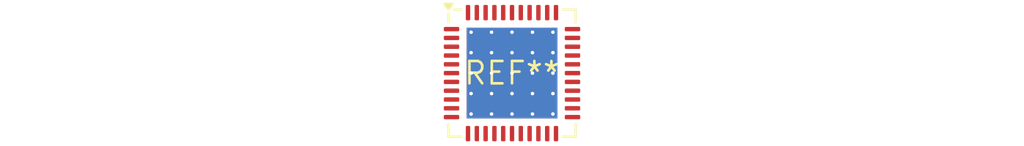
<source format=kicad_pcb>
(kicad_pcb (version 20240108) (generator pcbnew)
  (layers (0 "F.Cu" signal) (31 "B.Cu" signal) (34 "B.Paste" user) (35 "F.Paste" user) (36 "B.SilkS" user "B.Silkscreen") (37 "F.SilkS" user "F.Silkscreen") (38 "B.Mask" user) (39 "F.Mask" user) (44 "Edge.Cuts" user))
  (net 0 "")
  (footprint "QFN-44-1EP_7x7mm_P0.5mm_EP5.15x5.15mm_ThermalVias" (layer "F.Cu") (at 0 0)
    (property "Reference" "REF**")
    (property "Value" "QFN-44-1EP_7x7mm_P0.5mm_EP5.15x5.15mm_ThermalVias")
    (fp_line (start -3.61 -2.885) (end -3.61 -3.37) (layer "F.SilkS") (stroke (width 0.12)))
    (fp_line (start -3.61 3.61) (end -3.61 2.885) (layer "F.SilkS") (stroke (width 0.12)))
    (fp_line (start -2.885 -3.61) (end -3.31 -3.61) (layer "F.SilkS") (stroke (width 0.12)))
    (fp_line (start -2.885 3.61) (end -3.61 3.61) (layer "F.SilkS") (stroke (width 0.12)))
    (fp_line (start 2.885 -3.61) (end 3.61 -3.61) (layer "F.SilkS") (stroke (width 0.12)))
    (fp_line (start 2.885 3.61) (end 3.61 3.61) (layer "F.SilkS") (stroke (width 0.12)))
    (fp_line (start 3.61 -3.61) (end 3.61 -2.885) (layer "F.SilkS") (stroke (width 0.12)))
    (fp_line (start 3.61 3.61) (end 3.61 2.885) (layer "F.SilkS") (stroke (width 0.12)))
    (fp_poly (pts (xy -3.61 -3.61) (xy -3.85 -3.94) (xy -3.37 -3.94) (xy -3.61 -3.61)) (layer "F.SilkS") (stroke (width 0.12)) (fill solid))
    (pad "1" smd roundrect (at -3.4375 -2.5) (size 0.875 0.25) (layers "F.Cu" "F.Paste" "F.Mask"))
    (pad "2" smd roundrect (at -3.4375 -2) (size 0.875 0.25) (layers "F.Cu" "F.Paste" "F.Mask"))
    (pad "3" smd roundrect (at -3.4375 -1.5) (size 0.875 0.25) (layers "F.Cu" "F.Paste" "F.Mask"))
    (pad "4" smd roundrect (at -3.4375 -1) (size 0.875 0.25) (layers "F.Cu" "F.Paste" "F.Mask"))
    (pad "5" smd roundrect (at -3.4375 -0.5) (size 0.875 0.25) (layers "F.Cu" "F.Paste" "F.Mask"))
    (pad "6" smd roundrect (at -3.4375 0) (size 0.875 0.25) (layers "F.Cu" "F.Paste" "F.Mask"))
    (pad "7" smd roundrect (at -3.4375 0.5) (size 0.875 0.25) (layers "F.Cu" "F.Paste" "F.Mask"))
    (pad "8" smd roundrect (at -3.4375 1) (size 0.875 0.25) (layers "F.Cu" "F.Paste" "F.Mask"))
    (pad "9" smd roundrect (at -3.4375 1.5) (size 0.875 0.25) (layers "F.Cu" "F.Paste" "F.Mask"))
    (pad "10" smd roundrect (at -3.4375 2) (size 0.875 0.25) (layers "F.Cu" "F.Paste" "F.Mask"))
    (pad "11" smd roundrect (at -3.4375 2.5) (size 0.875 0.25) (layers "F.Cu" "F.Paste" "F.Mask"))
    (pad "12" smd roundrect (at -2.5 3.4375) (size 0.25 0.875) (layers "F.Cu" "F.Paste" "F.Mask"))
    (pad "13" smd roundrect (at -2 3.4375) (size 0.25 0.875) (layers "F.Cu" "F.Paste" "F.Mask"))
    (pad "14" smd roundrect (at -1.5 3.4375) (size 0.25 0.875) (layers "F.Cu" "F.Paste" "F.Mask"))
    (pad "15" smd roundrect (at -1 3.4375) (size 0.25 0.875) (layers "F.Cu" "F.Paste" "F.Mask"))
    (pad "16" smd roundrect (at -0.5 3.4375) (size 0.25 0.875) (layers "F.Cu" "F.Paste" "F.Mask"))
    (pad "17" smd roundrect (at 0 3.4375) (size 0.25 0.875) (layers "F.Cu" "F.Paste" "F.Mask"))
    (pad "18" smd roundrect (at 0.5 3.4375) (size 0.25 0.875) (layers "F.Cu" "F.Paste" "F.Mask"))
    (pad "19" smd roundrect (at 1 3.4375) (size 0.25 0.875) (layers "F.Cu" "F.Paste" "F.Mask"))
    (pad "20" smd roundrect (at 1.5 3.4375) (size 0.25 0.875) (layers "F.Cu" "F.Paste" "F.Mask"))
    (pad "21" smd roundrect (at 2 3.4375) (size 0.25 0.875) (layers "F.Cu" "F.Paste" "F.Mask"))
    (pad "22" smd roundrect (at 2.5 3.4375) (size 0.25 0.875) (layers "F.Cu" "F.Paste" "F.Mask"))
    (pad "23" smd roundrect (at 3.4375 2.5) (size 0.875 0.25) (layers "F.Cu" "F.Paste" "F.Mask"))
    (pad "24" smd roundrect (at 3.4375 2) (size 0.875 0.25) (layers "F.Cu" "F.Paste" "F.Mask"))
    (pad "25" smd roundrect (at 3.4375 1.5) (size 0.875 0.25) (layers "F.Cu" "F.Paste" "F.Mask"))
    (pad "26" smd roundrect (at 3.4375 1) (size 0.875 0.25) (layers "F.Cu" "F.Paste" "F.Mask"))
    (pad "27" smd roundrect (at 3.4375 0.5) (size 0.875 0.25) (layers "F.Cu" "F.Paste" "F.Mask"))
    (pad "28" smd roundrect (at 3.4375 0) (size 0.875 0.25) (layers "F.Cu" "F.Paste" "F.Mask"))
    (pad "29" smd roundrect (at 3.4375 -0.5) (size 0.875 0.25) (layers "F.Cu" "F.Paste" "F.Mask"))
    (pad "30" smd roundrect (at 3.4375 -1) (size 0.875 0.25) (layers "F.Cu" "F.Paste" "F.Mask"))
    (pad "31" smd roundrect (at 3.4375 -1.5) (size 0.875 0.25) (layers "F.Cu" "F.Paste" "F.Mask"))
    (pad "32" smd roundrect (at 3.4375 -2) (size 0.875 0.25) (layers "F.Cu" "F.Paste" "F.Mask"))
    (pad "33" smd roundrect (at 3.4375 -2.5) (size 0.875 0.25) (layers "F.Cu" "F.Paste" "F.Mask"))
    (pad "34" smd roundrect (at 2.5 -3.4375) (size 0.25 0.875) (layers "F.Cu" "F.Paste" "F.Mask"))
    (pad "35" smd roundrect (at 2 -3.4375) (size 0.25 0.875) (layers "F.Cu" "F.Paste" "F.Mask"))
    (pad "36" smd roundrect (at 1.5 -3.4375) (size 0.25 0.875) (layers "F.Cu" "F.Paste" "F.Mask"))
    (pad "37" smd roundrect (at 1 -3.4375) (size 0.25 0.875) (layers "F.Cu" "F.Paste" "F.Mask"))
    (pad "38" smd roundrect (at 0.5 -3.4375) (size 0.25 0.875) (layers "F.Cu" "F.Paste" "F.Mask"))
    (pad "39" smd roundrect (at 0 -3.4375) (size 0.25 0.875) (layers "F.Cu" "F.Paste" "F.Mask"))
    (pad "40" smd roundrect (at -0.5 -3.4375) (size 0.25 0.875) (layers "F.Cu" "F.Paste" "F.Mask"))
    (pad "41" smd roundrect (at -1 -3.4375) (size 0.25 0.875) (layers "F.Cu" "F.Paste" "F.Mask"))
    (pad "42" smd roundrect (at -1.5 -3.4375) (size 0.25 0.875) (layers "F.Cu" "F.Paste" "F.Mask"))
    (pad "43" smd roundrect (at -2 -3.4375) (size 0.25 0.875) (layers "F.Cu" "F.Paste" "F.Mask"))
    (pad "44" smd roundrect (at -2.5 -3.4375) (size 0.25 0.875) (layers "F.Cu" "F.Paste" "F.Mask"))
    (pad "45" thru_hole circle (at -2.325 -2.325) (size 0.5 0.5) (drill 0.2) (property pad_prop_heatsink) (layers *.Cu) (remove_unused_layers))
    (pad "45" thru_hole circle (at -2.325 -1.1625) (size 0.5 0.5) (drill 0.2) (property pad_prop_heatsink) (layers *.Cu) (remove_unused_layers))
    (pad "45" thru_hole circle (at -2.325 0) (size 0.5 0.5) (drill 0.2) (property pad_prop_heatsink) (layers *.Cu) (remove_unused_layers))
    (pad "45" thru_hole circle (at -2.325 1.1625) (size 0.5 0.5) (drill 0.2) (property pad_prop_heatsink) (layers *.Cu) (remove_unused_layers))
    (pad "45" thru_hole circle (at -2.325 2.325) (size 0.5 0.5) (drill 0.2) (property pad_prop_heatsink) (layers *.Cu) (remove_unused_layers))
    (pad "45" thru_hole circle (at -1.1625 -2.325) (size 0.5 0.5) (drill 0.2) (property pad_prop_heatsink) (layers *.Cu) (remove_unused_layers))
    (pad "45" thru_hole circle (at -1.1625 -1.1625) (size 0.5 0.5) (drill 0.2) (property pad_prop_heatsink) (layers *.Cu) (remove_unused_layers))
    (pad "45" thru_hole circle (at -1.1625 0) (size 0.5 0.5) (drill 0.2) (property pad_prop_heatsink) (layers *.Cu) (remove_unused_layers))
    (pad "45" thru_hole circle (at -1.1625 1.1625) (size 0.5 0.5) (drill 0.2) (property pad_prop_heatsink) (layers *.Cu) (remove_unused_layers))
    (pad "45" thru_hole circle (at -1.1625 2.325) (size 0.5 0.5) (drill 0.2) (property pad_prop_heatsink) (layers *.Cu) (remove_unused_layers))
    (pad "45" thru_hole circle (at 0 -2.325) (size 0.5 0.5) (drill 0.2) (property pad_prop_heatsink) (layers *.Cu) (remove_unused_layers))
    (pad "45" thru_hole circle (at 0 -1.1625) (size 0.5 0.5) (drill 0.2) (property pad_prop_heatsink) (layers *.Cu) (remove_unused_layers))
    (pad "45" thru_hole circle (at 0 0) (size 0.5 0.5) (drill 0.2) (property pad_prop_heatsink) (layers *.Cu) (remove_unused_layers))
    (pad "45" smd rect (at 0 0) (size 5.15 5.15) (property pad_prop_heatsink) (layers "F.Cu" "F.Mask"))
    (pad "45" smd rect (at 0 0) (size 5.15 5.15) (property pad_prop_heatsink) (layers "B.Cu"))
    (pad "45" thru_hole circle (at 0 1.1625) (size 0.5 0.5) (drill 0.2) (property pad_prop_heatsink) (layers *.Cu) (remove_unused_layers))
    (pad "45" thru_hole circle (at 0 2.325) (size 0.5 0.5) (drill 0.2) (property pad_prop_heatsink) (layers *.Cu) (remove_unused_layers))
    (pad "45" thru_hole circle (at 1.1625 -2.325) (size 0.5 0.5) (drill 0.2) (property pad_prop_heatsink) (layers *.Cu) (remove_unused_layers))
    (pad "45" thru_hole circle (at 1.1625 -1.1625) (size 0.5 0.5) (drill 0.2) (property pad_prop_heatsink) (layers *.Cu) (remove_unused_layers))
    (pad "45" thru_hole circle (at 1.1625 0) (size 0.5 0.5) (drill 0.2) (property pad_prop_heatsink) (layers *.Cu) (remove_unused_layers))
    (pad "45" thru_hole circle (at 1.1625 1.1625) (size 0.5 0.5) (drill 0.2) (property pad_prop_heatsink) (layers *.Cu) (remove_unused_layers))
    (pad "45" thru_hole circle (at 1.1625 2.325) (size 0.5 0.5) (drill 0.2) (property pad_prop_heatsink) (layers *.Cu) (remove_unused_layers))
    (pad "45" thru_hole circle (at 2.325 -2.325) (size 0.5 0.5) (drill 0.2) (property pad_prop_heatsink) (layers *.Cu) (remove_unused_layers))
    (pad "45" thru_hole circle (at 2.325 -1.1625) (size 0.5 0.5) (drill 0.2) (property pad_prop_heatsink) (layers *.Cu) (remove_unused_layers))
    (pad "45" thru_hole circle (at 2.325 0) (size 0.5 0.5) (drill 0.2) (property pad_prop_heatsink) (layers *.Cu) (remove_unused_layers))
    (pad "45" thru_hole circle (at 2.325 1.1625) (size 0.5 0.5) (drill 0.2) (property pad_prop_heatsink) (layers *.Cu) (remove_unused_layers))
    (pad "45" thru_hole circle (at 2.325 2.325) (size 0.5 0.5) (drill 0.2) (property pad_prop_heatsink) (layers *.Cu) (remove_unused_layers))
  )
)
</source>
